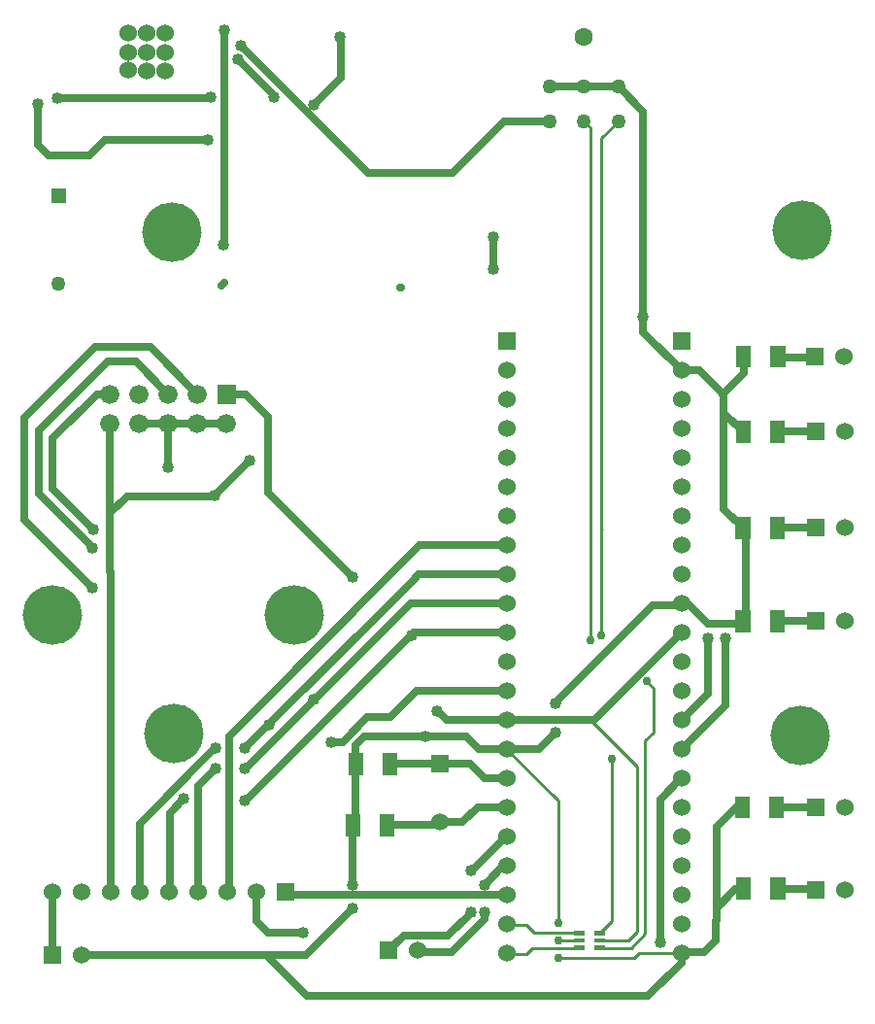
<source format=gbr>
G04 start of page 3 for group 1 idx 4 *
G04 Title: (unknown), Power_Bottom *
G04 Creator: pcb 20110918 *
G04 CreationDate: Mon 05 May 2014 07:23:21 AM GMT UTC *
G04 For: john *
G04 Format: Gerber/RS-274X *
G04 PCB-Dimensions: 295500 350000 *
G04 PCB-Coordinate-Origin: lower left *
%MOIN*%
%FSLAX25Y25*%
%LNBOTTOM*%
%ADD49C,0.0460*%
%ADD48C,0.0590*%
%ADD47C,0.0380*%
%ADD46C,0.0280*%
%ADD45C,0.0150*%
%ADD44C,0.0200*%
%ADD43C,0.2000*%
%ADD42C,0.0300*%
%ADD41C,0.0400*%
%ADD40C,0.2040*%
%ADD39R,0.0150X0.0150*%
%ADD38R,0.0512X0.0512*%
%ADD37C,0.0660*%
%ADD36C,0.0630*%
%ADD35C,0.0500*%
%ADD34C,0.0600*%
%ADD33C,0.0001*%
%ADD32C,0.0100*%
%ADD31C,0.0250*%
G54D31*X8200Y311300D02*Y297400D01*
X11800Y293800D01*
X25600D01*
X31000Y299200D01*
X66500D01*
X14700Y313600D02*X67200D01*
X72200Y250200D02*X71100Y249100D01*
X72200Y336800D02*Y263200D01*
X76800Y326900D02*Y326700D01*
X121500Y287700D02*X77600Y331600D01*
X102700Y311100D02*X102900D01*
X112100Y320300D01*
Y334200D01*
X164400Y265800D02*Y254700D01*
X183755Y305492D02*X168192D01*
X150400Y287700D01*
X121500D01*
X76800Y326700D02*X89000Y314500D01*
X261905Y134000D02*X275000D01*
X238000Y128000D02*Y109000D01*
X229000Y100000D01*
X244000Y128000D02*Y105000D01*
X229000Y90000D01*
X262000Y199000D02*X275000D01*
X262000Y166000D02*X275000D01*
X229000Y80000D02*X228800D01*
G54D32*X219300Y95800D02*Y111000D01*
X216900Y113400D01*
X197700Y127300D02*Y165900D01*
X197800Y166000D01*
X201500Y129100D02*Y165500D01*
X201600Y165600D01*
G54D31*X262400Y42200D02*X274820D01*
X275192Y41829D01*
Y69996D02*X261304D01*
X261100Y70200D01*
X262500Y224300D02*X275000D01*
G54D32*X197750Y165950D02*Y303297D01*
X195555Y305492D01*
X201500Y165400D02*Y299637D01*
X207355Y305492D01*
G54D31*X169000Y40000D02*X94000D01*
X83000Y41000D02*Y31200D01*
X87100Y27100D01*
X99000D01*
X161400Y34200D02*Y31700D01*
X156600Y34200D02*Y33900D01*
X129000Y85000D02*X156400D01*
X161400Y80000D01*
X169000D01*
X228800D02*X221600Y72800D01*
X94000Y40000D02*X93000Y41000D01*
X73600Y41600D02*X73000Y41000D01*
X169000Y50000D02*X167800D01*
X161700Y43900D01*
X136000Y140000D02*X79800Y83800D01*
Y72800D02*X137000Y130000D01*
X108900Y92600D02*X112600D01*
X121000Y101000D01*
X129100D01*
X131550Y103450D01*
X73600Y94400D02*Y41600D01*
X69000Y83300D02*X63100Y77400D01*
Y41100D01*
X63000Y41000D01*
X43000D02*Y64500D01*
X68800Y90300D01*
X58200Y73000D02*X53300Y68100D01*
Y41300D01*
X53000Y41000D01*
X169000Y110000D02*X138100D01*
X131400Y103300D01*
X145000Y64000D02*X146000Y65000D01*
X153900D01*
X159100Y70200D01*
X168800D01*
X169000Y70000D01*
X221600Y72800D02*Y24500D01*
X128000Y64000D02*X145000D01*
X169000Y60000D02*X168900D01*
X157900Y49000D01*
G54D32*X201000Y27000D02*X205200Y31200D01*
Y86500D01*
X216500Y26800D02*Y93000D01*
X219300Y95800D01*
X194000Y27000D02*X178500D01*
X175600Y29900D01*
X169100D01*
X169000Y30000D01*
X194000Y21900D02*X177800D01*
X175800Y19900D01*
X169100D01*
X169000Y20000D01*
G54D31*X150100Y20400D02*X139100D01*
X138500Y21000D01*
X221600Y24500D02*X221900Y24200D01*
G54D32*X211600Y21900D02*X216500Y26800D01*
G54D31*X161400Y31700D02*X150100Y20400D01*
X156600Y33900D02*X148900Y26200D01*
X133700D01*
X128500Y21000D01*
G54D32*X201000Y21900D02*X211600D01*
G54D31*X169000Y160000D02*X139200D01*
X169000Y150000D02*X138800D01*
X137850Y149050D01*
X169000Y140000D02*X136000D01*
X169000Y130000D02*X137100D01*
X137050Y130050D01*
X139200Y160000D02*X73600Y94400D01*
X137700Y148900D02*X79100Y90300D01*
X87200Y178200D02*X116200Y149200D01*
X32900Y211900D02*X28300D01*
X13200Y196800D01*
X8500Y199300D02*X32200Y223000D01*
X3500Y203900D02*X27700Y228100D01*
X13200Y196800D02*Y179400D01*
X8500Y177700D02*Y199300D01*
X3500Y168700D02*Y203900D01*
X13200Y179400D02*X27000Y165600D01*
X26900Y159300D02*X8500Y177700D01*
X26900Y145300D02*X3500Y168700D01*
X26900Y159100D02*Y159300D01*
X32200Y223000D02*X41800D01*
X52900Y211900D01*
X27700Y228100D02*X46700D01*
X62900Y211900D01*
X72900D02*X79500D01*
X87200Y204200D01*
Y178200D01*
X13000Y41000D02*Y20000D01*
X42900Y201900D02*X72900D01*
X52900D02*Y187100D01*
X52700Y186900D01*
X243500Y172500D02*X250000Y166000D01*
X229000Y140000D02*X231000D01*
X238000Y133000D01*
X229200Y140000D02*X229100D01*
X228600Y139400D02*X229200Y140000D01*
X229000Y220000D02*X235000D01*
X243000Y212000D01*
X243500Y205500D02*X250000Y199000D01*
X243500Y211500D02*Y172500D01*
X250400Y219000D02*X243200Y211800D01*
X238000Y133000D02*X251000D01*
X185700Y106000D02*X219100Y139400D01*
X228600D01*
X251000Y133000D02*Y165000D01*
X250400Y70200D02*X247900D01*
X241000Y63300D01*
X251000Y165000D02*X249000Y167000D01*
X250400Y225600D02*Y219000D01*
X183755Y317292D02*X207355D01*
X208000D02*Y316800D01*
X215900Y308900D01*
Y233200D01*
X229100Y220000D01*
X159400Y90000D02*X155700Y93700D01*
X120200Y94400D02*X155000D01*
X155450Y93950D01*
X117190Y85200D02*Y65000D01*
Y85000D02*Y91390D01*
X120200Y94400D01*
G54D32*X186600Y72300D02*Y30500D01*
G54D31*X169000Y90000D02*X159400D01*
G54D32*X168800D02*X168900D01*
X186600Y72300D01*
G54D31*X169700Y90000D02*X180000D01*
X185900Y95900D01*
X185700Y105600D02*Y106000D01*
X117190Y65000D02*X116190Y64000D01*
Y43810D01*
X116300Y43700D01*
X116100Y35500D02*X100100Y19500D01*
X23500D01*
X23000Y20000D01*
G54D32*X194000Y24500D02*X186800D01*
X212900Y18500D02*X186700D01*
X186600Y18600D01*
G54D31*X217500Y5400D02*X100500D01*
X86400Y19500D01*
G54D32*X228900Y20100D02*X214500D01*
G54D31*X229000Y20000D02*Y16900D01*
X217500Y5400D01*
G54D32*X214500Y20100D02*X212900Y18500D01*
G54D31*X241000Y31300D02*X240900Y31200D01*
Y24600D01*
X236600Y20300D01*
X229000D01*
X241000Y63300D02*Y31300D01*
X250000Y42100D02*X247500D01*
X241000Y35600D01*
G54D32*X169000Y100000D02*X197600D01*
X213600Y84000D01*
Y27400D01*
X210700Y24500D01*
X201000D01*
G54D31*X33000Y41000D02*Y150600D01*
X33100Y150700D01*
X168900Y100000D02*X199000D01*
X168300D02*X148500D01*
X145400Y103100D01*
X199000Y100000D02*X229000Y130000D01*
X32900Y201900D02*Y151000D01*
X33000Y150900D01*
X32900Y171200D02*X38600Y176900D01*
X68500D01*
X80300Y188700D01*
X132700Y248300D02*X132400Y248600D01*
G54D33*G36*
X90000Y44000D02*Y38000D01*
X96000D01*
Y44000D01*
X90000D01*
G37*
G54D34*X83000Y41000D03*
X73000D03*
X63000D03*
X53000D03*
X43000D03*
X33000D03*
X23000D03*
X13000D03*
G54D33*G36*
X10200Y22500D02*Y16500D01*
X16200D01*
Y22500D01*
X10200D01*
G37*
G54D34*X23200Y19500D03*
G54D33*G36*
X125500Y24000D02*Y18000D01*
X131500D01*
Y24000D01*
X125500D01*
G37*
G54D34*X138500Y21000D03*
G54D35*X207355Y317292D03*
X195555D03*
G54D36*Y334292D03*
G54D35*X183755Y317292D03*
X207355Y305492D03*
X183755D03*
X195555D03*
G54D33*G36*
X12684Y282284D02*Y277284D01*
X17684D01*
Y282284D01*
X12684D01*
G37*
G36*
X271800Y227900D02*Y221900D01*
X277800D01*
Y227900D01*
X271800D01*
G37*
G54D34*X284800Y224900D03*
G54D33*G36*
X226000Y233000D02*Y227000D01*
X232000D01*
Y233000D01*
X226000D01*
G37*
G54D34*X229000Y220000D03*
G54D33*G36*
X272000Y202000D02*Y196000D01*
X278000D01*
Y202000D01*
X272000D01*
G37*
G36*
Y137000D02*Y131000D01*
X278000D01*
Y137000D01*
X272000D01*
G37*
G36*
X272192Y72996D02*Y66996D01*
X278192D01*
Y72996D01*
X272192D01*
G37*
G36*
Y44829D02*Y38829D01*
X278192D01*
Y44829D01*
X272192D01*
G37*
G54D34*X285000Y199000D03*
Y134000D03*
X285192Y69996D03*
Y41829D03*
G54D33*G36*
X272000Y169000D02*Y163000D01*
X278000D01*
Y169000D01*
X272000D01*
G37*
G54D34*X285000Y166000D03*
X229000Y180000D03*
Y170000D03*
Y160000D03*
Y150000D03*
Y140000D03*
Y130000D03*
Y120000D03*
Y110000D03*
Y100000D03*
Y90000D03*
Y80000D03*
Y70000D03*
Y60000D03*
Y50000D03*
Y40000D03*
Y30000D03*
Y20000D03*
Y210000D03*
Y200000D03*
Y190000D03*
G54D33*G36*
X166000Y233000D02*Y227000D01*
X172000D01*
Y233000D01*
X166000D01*
G37*
G54D34*X169000Y220000D03*
Y210000D03*
Y200000D03*
G54D33*G36*
X69600Y215200D02*Y208600D01*
X76200D01*
Y215200D01*
X69600D01*
G37*
G54D37*X72900Y201900D03*
X62900D03*
X52900D03*
X42900D03*
X32900D03*
X62900Y211900D03*
X52900D03*
X42900D03*
X32900D03*
G54D35*X15184Y249784D03*
G54D34*X169000Y190000D03*
Y180000D03*
Y170000D03*
Y160000D03*
Y150000D03*
Y140000D03*
Y130000D03*
Y120000D03*
Y110000D03*
Y100000D03*
Y90000D03*
Y80000D03*
Y70000D03*
G54D33*G36*
X143000Y88000D02*Y82000D01*
X149000D01*
Y88000D01*
X143000D01*
G37*
G54D34*X146000Y65000D03*
X169000Y60000D03*
Y50000D03*
Y40000D03*
Y30000D03*
Y20000D03*
G54D38*X262000Y200181D02*Y197819D01*
X261905Y167181D02*Y164819D01*
X262105Y225981D02*Y223619D01*
X250190Y200181D02*Y197819D01*
X250095Y167181D02*Y164819D01*
X250295Y225981D02*Y223619D01*
X117190Y86181D02*Y83819D01*
X129000Y86181D02*Y83819D01*
X128000Y65181D02*Y62819D01*
X116190Y65181D02*Y62819D01*
X261905Y135181D02*Y132819D01*
X250095Y135181D02*Y132819D01*
G54D39*X193000Y21900D02*X195000D01*
X193000Y24500D02*X195000D01*
X193000Y27000D02*X195000D01*
X200000D02*X202000D01*
X200000Y24500D02*X202000D01*
X200000Y21900D02*X202000D01*
G54D38*X249832Y71345D02*Y68983D01*
X250293Y43514D02*Y41152D01*
X262103Y43514D02*Y41152D01*
X261642Y71345D02*Y68983D01*
G54D40*X270400Y268100D03*
X269600Y94700D03*
G54D41*X244000Y128000D03*
X238000D03*
X215600Y238600D03*
G54D40*X54700Y95400D03*
X96000Y136000D03*
G54D41*X69000Y90500D03*
X79100Y90300D03*
X87400Y98500D03*
X102900Y107200D03*
X79100Y83300D03*
X69000D03*
X79100Y72500D03*
X58200Y73000D03*
G54D40*X13000Y136000D03*
G54D41*X27000Y165600D03*
X26900Y159100D03*
Y145300D03*
X116200Y149200D03*
X80800Y189000D03*
X52700Y186900D03*
X68800Y177200D03*
X116100Y43500D03*
Y35500D03*
X108600Y92600D03*
G54D42*X186600Y18600D03*
G54D41*X185900Y105700D03*
Y95900D03*
X221600Y23900D03*
G54D42*X205200Y86700D03*
X217000Y113400D03*
X197700Y127300D03*
X201500Y129100D03*
G54D41*X99000Y27100D03*
X156900Y48400D03*
X136500Y129200D03*
X145200Y103100D03*
X141100Y94600D03*
G54D42*X186700Y24500D03*
X186600Y30500D03*
G54D41*X161400Y43500D03*
X156600Y34200D03*
X161400D03*
G54D40*X54200Y267500D03*
G54D41*X71800Y263200D03*
X66500Y299200D03*
G54D34*X39000Y335800D03*
Y323000D03*
Y329200D03*
G54D41*X8200Y311300D03*
X14700Y313600D03*
G54D34*X51900Y335800D03*
Y322900D03*
Y329200D03*
X45300Y335800D03*
Y322900D03*
X45279Y329206D03*
G54D41*X67400Y313800D03*
X164400Y265800D03*
Y254700D03*
X77600Y331400D03*
X72200Y336800D03*
X102700Y311100D03*
X111900Y334500D03*
X76600Y326800D03*
X89200Y313800D03*
G54D43*G54D44*G54D43*G54D44*G54D43*G54D44*G54D45*G54D44*G54D45*G54D44*G54D45*G54D44*G54D43*G54D44*G54D46*G54D47*G54D31*G54D48*G54D31*G54D44*G54D47*G54D49*G54D44*G54D47*G54D46*G54D47*M02*

</source>
